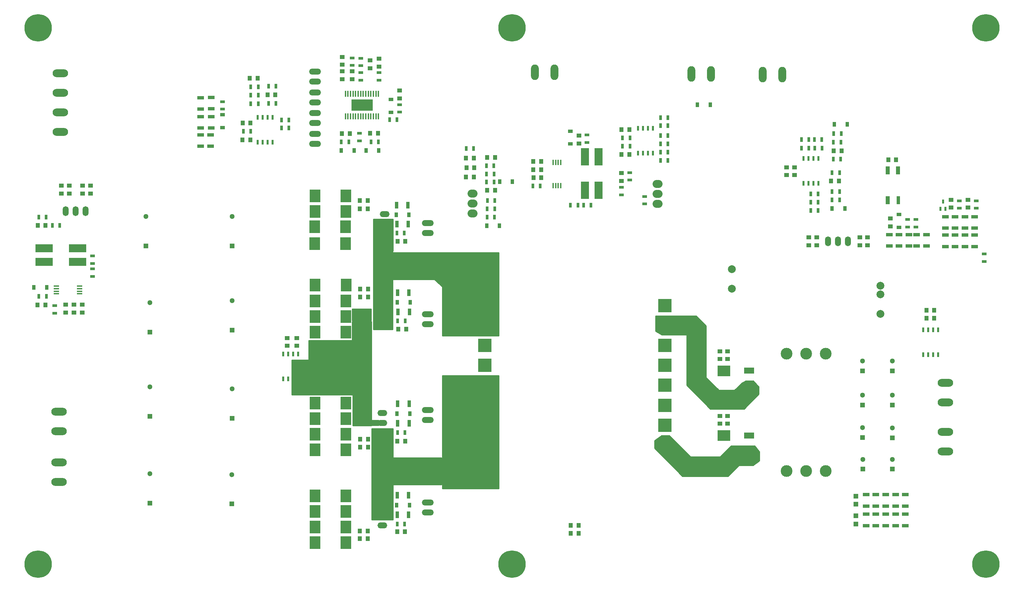
<source format=gts>
G04 #@! TF.FileFunction,Soldermask,Top*
%FSLAX46Y46*%
G04 Gerber Fmt 4.6, Leading zero omitted, Abs format (unit mm)*
G04 Created by KiCad (PCBNEW 4.0.3+e1-6302~38~ubuntu16.04.1-stable) date Tue Aug 30 03:26:48 2016*
%MOMM*%
%LPD*%
G01*
G04 APERTURE LIST*
%ADD10C,0.100000*%
%ADD11R,1.450000X0.450000*%
%ADD12R,3.500000X3.500000*%
%ADD13R,1.000000X1.250000*%
%ADD14R,1.250000X1.000000*%
%ADD15C,2.000000*%
%ADD16O,3.962400X1.981200*%
%ADD17C,1.300000*%
%ADD18R,1.300000X1.300000*%
%ADD19R,0.910000X1.220000*%
%ADD20R,1.220000X0.910000*%
%ADD21R,1.198880X1.198880*%
%ADD22C,3.000000*%
%ADD23O,1.981200X3.962400*%
%ADD24O,2.540000X2.032000*%
%ADD25R,0.700000X1.300000*%
%ADD26R,1.300000X0.700000*%
%ADD27R,1.700000X0.900000*%
%ADD28R,0.900000X1.700000*%
%ADD29R,0.450000X1.500000*%
%ADD30R,5.500000X3.000000*%
%ADD31R,0.508000X1.143000*%
%ADD32R,0.899160X1.998980*%
%ADD33R,1.000760X1.998980*%
%ADD34R,0.599440X1.000760*%
%ADD35R,0.450000X1.450000*%
%ADD36R,4.500000X2.150000*%
%ADD37R,2.150000X4.500000*%
%ADD38R,2.700000X3.200000*%
%ADD39O,3.014980X1.506220*%
%ADD40O,2.499360X1.501140*%
%ADD41R,3.200000X2.700000*%
%ADD42R,2.499360X1.501140*%
%ADD43O,1.501140X2.499360*%
%ADD44C,7.000000*%
%ADD45C,0.254000*%
G04 APERTURE END LIST*
D10*
D11*
X28656535Y-89982697D03*
X28656535Y-90632697D03*
X28656535Y-91282697D03*
X28656535Y-91932697D03*
X34556535Y-91932697D03*
X34556535Y-91282697D03*
X34556535Y-90632697D03*
X34556535Y-89982697D03*
D12*
X138065504Y-94908642D03*
X138065504Y-100008642D03*
X138065504Y-105108642D03*
X138065504Y-110208642D03*
X138065504Y-115308642D03*
X138065504Y-120408642D03*
X138065504Y-125508642D03*
X138065504Y-130608642D03*
X184065504Y-130608642D03*
X184065504Y-125508642D03*
X184065504Y-120408642D03*
X184065504Y-115308642D03*
X184065504Y-110208642D03*
X184065504Y-105108642D03*
X184065504Y-100008642D03*
X184065504Y-94908642D03*
D13*
X78225858Y-48270534D03*
X76225858Y-48270534D03*
D14*
X101665504Y-35108642D03*
X101665504Y-37108642D03*
D15*
X239073504Y-97106642D03*
X239073504Y-92106642D03*
X239073504Y-89906642D03*
X201173504Y-90656642D03*
X201173504Y-85656642D03*
D16*
X255665504Y-127208642D03*
X255665504Y-132208642D03*
D13*
X25906535Y-74457697D03*
X23906535Y-74457697D03*
X25865504Y-94808642D03*
X23865504Y-94808642D03*
D14*
X31072511Y-94728091D03*
X31072511Y-96728091D03*
X33172511Y-94728091D03*
X33172511Y-96728091D03*
X35265504Y-94728091D03*
X35265504Y-96728091D03*
D13*
X78065504Y-36908642D03*
X80065504Y-36908642D03*
D14*
X101665504Y-31437588D03*
X101665504Y-33437588D03*
D13*
X103565504Y-51008642D03*
X101565504Y-51008642D03*
D14*
X104165504Y-35108642D03*
X104165504Y-37108642D03*
X108765504Y-32308642D03*
X108765504Y-34308642D03*
D13*
X82565504Y-41108642D03*
X84565504Y-41108642D03*
X108765504Y-50908642D03*
X110765504Y-50908642D03*
X78165504Y-52608642D03*
X76165504Y-52608642D03*
D14*
X90065504Y-103208642D03*
X90065504Y-105208642D03*
X87565504Y-103208642D03*
X87565504Y-105208642D03*
D13*
X135365504Y-59708642D03*
X133365504Y-59708642D03*
X160002719Y-151053213D03*
X162002719Y-151053213D03*
X241065504Y-57708642D03*
X243065504Y-57708642D03*
D14*
X241625504Y-74698642D03*
X241625504Y-72698642D03*
X257125504Y-67906642D03*
X257125504Y-69906642D03*
X261425504Y-69906642D03*
X261425504Y-67906642D03*
X222773504Y-79506642D03*
X222773504Y-77506642D03*
X220773504Y-79506642D03*
X220773504Y-77506642D03*
D13*
X227165504Y-55408642D03*
X229165504Y-55408642D03*
X226465504Y-63108642D03*
X228465504Y-63108642D03*
D14*
X233773504Y-79506642D03*
X233773504Y-77506642D03*
X235773504Y-79506642D03*
X235773504Y-77506642D03*
X217165504Y-61608642D03*
X217165504Y-59608642D03*
X215065504Y-59608642D03*
X215065504Y-61608642D03*
D13*
X250797504Y-98128642D03*
X252797504Y-98128642D03*
X250797504Y-96128642D03*
X252797504Y-96128642D03*
D14*
X31965504Y-64308642D03*
X31965504Y-66308642D03*
X29965504Y-64308642D03*
X29965504Y-66308642D03*
X37365504Y-64308642D03*
X37365504Y-66308642D03*
X35365504Y-64308642D03*
X35365504Y-66308642D03*
X172965504Y-63108642D03*
X172965504Y-61108642D03*
X162065504Y-51508642D03*
X162065504Y-53508642D03*
D13*
X150448124Y-58131726D03*
X152448124Y-58131726D03*
X150448124Y-60231726D03*
X152448124Y-60231726D03*
X115698384Y-129565512D03*
X117698384Y-129565512D03*
X117665504Y-152708642D03*
X115665504Y-152708642D03*
X152465504Y-62308642D03*
X150465504Y-62308642D03*
X108165504Y-154508642D03*
X106165504Y-154508642D03*
X108259623Y-129095823D03*
X106259623Y-129095823D03*
X115949606Y-100921954D03*
X117949606Y-100921954D03*
X117769530Y-78515544D03*
X115769530Y-78515544D03*
X108249606Y-92721954D03*
X106249606Y-92721954D03*
X108169530Y-70215544D03*
X106169530Y-70215544D03*
X140665504Y-57108642D03*
X138665504Y-57108642D03*
X138665504Y-65508642D03*
X140665504Y-65508642D03*
X135265504Y-62108642D03*
X133265504Y-62108642D03*
X135265504Y-57308642D03*
X133265504Y-57308642D03*
X172965504Y-50008642D03*
X174965504Y-50008642D03*
X174965504Y-56308642D03*
X172965504Y-56308642D03*
X160002719Y-153153213D03*
X162002719Y-153153213D03*
D17*
X234473504Y-126106642D03*
D18*
X234473504Y-128606642D03*
D17*
X234473504Y-109106642D03*
D18*
X234473504Y-111606642D03*
D17*
X234473504Y-117806642D03*
D18*
X234473504Y-120306642D03*
D17*
X234573504Y-134206642D03*
D18*
X234573504Y-136706642D03*
D17*
X242073504Y-126206642D03*
D18*
X242073504Y-128706642D03*
D17*
X242073504Y-134206642D03*
D18*
X242073504Y-136706642D03*
D17*
X242073504Y-117806642D03*
D18*
X242073504Y-120306642D03*
D17*
X242073504Y-109106642D03*
D18*
X242073504Y-111606642D03*
D19*
X141800504Y-74508642D03*
X138530504Y-74508642D03*
D20*
X243825504Y-74933642D03*
X243825504Y-71663642D03*
D21*
X232765504Y-148659622D03*
X232765504Y-150757662D03*
X232765504Y-145692642D03*
X232765504Y-143594602D03*
D22*
X220073504Y-107206642D03*
X220073504Y-137206642D03*
X215073504Y-137206642D03*
X215073504Y-107206642D03*
X225073504Y-107206642D03*
X225073504Y-137206642D03*
D16*
X29665504Y-50608642D03*
X29665504Y-45608642D03*
X29665504Y-35608642D03*
X29665504Y-40608642D03*
X29365504Y-127008642D03*
X29365504Y-122008642D03*
D23*
X214000000Y-35900000D03*
X209000000Y-35900000D03*
D16*
X255667504Y-114644642D03*
X255667504Y-119644642D03*
D23*
X155865504Y-35308642D03*
X150865504Y-35308642D03*
X190765504Y-35808642D03*
X195765504Y-35808642D03*
D16*
X29365504Y-140008642D03*
X29365504Y-135008642D03*
D24*
X134965504Y-68908642D03*
X134965504Y-66368642D03*
X134965504Y-71448642D03*
X182165504Y-66408642D03*
X182165504Y-68948642D03*
X182165504Y-63868642D03*
D25*
X27656535Y-74457697D03*
X29556535Y-74457697D03*
D26*
X37865504Y-84158642D03*
X37865504Y-82258642D03*
X37865504Y-87458642D03*
X37865504Y-85558642D03*
D25*
X24215504Y-92608642D03*
X26115504Y-92608642D03*
D27*
X65465504Y-54258642D03*
X65465504Y-51358642D03*
X65465504Y-49558642D03*
X65465504Y-46658642D03*
X65465504Y-44758642D03*
X65465504Y-41858642D03*
X68065504Y-54258642D03*
X68065504Y-51358642D03*
X68165504Y-49558642D03*
X68165504Y-46658642D03*
X68165504Y-44658642D03*
X68165504Y-41758642D03*
D26*
X28265504Y-96858642D03*
X28265504Y-94958642D03*
X71065504Y-42858642D03*
X71065504Y-44758642D03*
D25*
X78315504Y-39108642D03*
X80215504Y-39108642D03*
X78315504Y-43408642D03*
X80215504Y-43408642D03*
X84715504Y-38908642D03*
X82815504Y-38908642D03*
X80215504Y-41208642D03*
X78315504Y-41208642D03*
D26*
X104165504Y-31687588D03*
X104165504Y-33587588D03*
X106365504Y-35458642D03*
X106365504Y-37358642D03*
X106365504Y-31758642D03*
X106365504Y-33658642D03*
D25*
X82815504Y-43308642D03*
X84715504Y-43308642D03*
D26*
X111065504Y-35458642D03*
X111065504Y-37358642D03*
D25*
X115615504Y-47408642D03*
X113715504Y-47408642D03*
X78315504Y-50408642D03*
X76415504Y-50408642D03*
D26*
X116265504Y-43637588D03*
X116265504Y-45537588D03*
D25*
X140515504Y-72308642D03*
X138615504Y-72308642D03*
X140565504Y-70208642D03*
X138665504Y-70208642D03*
X140415504Y-63408642D03*
X138515504Y-63408642D03*
D26*
X246025504Y-72948642D03*
X246025504Y-74848642D03*
X248125504Y-74848642D03*
X248125504Y-72948642D03*
D27*
X248325504Y-79748642D03*
X248325504Y-76848642D03*
X241325504Y-79748642D03*
X241325504Y-76848642D03*
X243825504Y-79748642D03*
X243825504Y-76848642D03*
D26*
X263525504Y-70056642D03*
X263525504Y-68156642D03*
X259225504Y-70056642D03*
X259225504Y-68156642D03*
D27*
X258125504Y-79856642D03*
X258125504Y-76956642D03*
X263125504Y-79856642D03*
X263125504Y-76956642D03*
X263125504Y-72256642D03*
X263125504Y-75156642D03*
X258125504Y-72256642D03*
X258125504Y-75156642D03*
X255625504Y-79856642D03*
X255625504Y-76956642D03*
X260625504Y-79856642D03*
X260625504Y-76956642D03*
X260625504Y-75156642D03*
X260625504Y-72256642D03*
X255625504Y-75156642D03*
X255625504Y-72256642D03*
D25*
X229065504Y-51008642D03*
X227165504Y-51008642D03*
X228965504Y-53208642D03*
X227065504Y-53208642D03*
X228615504Y-67908642D03*
X226715504Y-67908642D03*
X228615504Y-65808642D03*
X226715504Y-65808642D03*
X227015504Y-57508642D03*
X228915504Y-57508642D03*
X226715504Y-61008642D03*
X228615504Y-61008642D03*
X222261504Y-54744642D03*
X224161504Y-54744642D03*
X218893504Y-54744642D03*
X220793504Y-54744642D03*
X221265504Y-68508642D03*
X223165504Y-68508642D03*
X221265504Y-66408642D03*
X223165504Y-66408642D03*
X224111504Y-52558642D03*
X222211504Y-52558642D03*
X221265504Y-70608642D03*
X223165504Y-70608642D03*
X218909504Y-52558642D03*
X220809504Y-52558642D03*
D26*
X172965504Y-64758642D03*
X172965504Y-66658642D03*
D25*
X163265504Y-69308642D03*
X165165504Y-69308642D03*
X159915504Y-69308642D03*
X161815504Y-69308642D03*
D26*
X164165504Y-51358642D03*
X164165504Y-53258642D03*
D28*
X115815504Y-125008642D03*
X118715504Y-125008642D03*
X115815504Y-120008642D03*
X118715504Y-120008642D03*
X115715504Y-148408642D03*
X118615504Y-148408642D03*
X115715504Y-143408642D03*
X118615504Y-143408642D03*
D25*
X152215504Y-64408642D03*
X150315504Y-64408642D03*
X117648384Y-127368354D03*
X115748384Y-127368354D03*
X115665504Y-150708642D03*
X117565504Y-150708642D03*
X101415504Y-53108642D03*
X103315504Y-53108642D03*
D28*
X115619530Y-74115544D03*
X118519530Y-74115544D03*
X115519530Y-69315544D03*
X118419530Y-69315544D03*
X115899606Y-96521954D03*
X118799606Y-96521954D03*
X115799606Y-91621954D03*
X118699606Y-91621954D03*
D25*
X117699606Y-98821954D03*
X115799606Y-98821954D03*
X115615504Y-76415544D03*
X117515504Y-76415544D03*
X109015504Y-53108642D03*
X110915504Y-53108642D03*
D27*
X235417504Y-151142642D03*
X235417504Y-148242642D03*
X237917504Y-148242642D03*
X237917504Y-151142642D03*
X240417504Y-151142642D03*
X240417504Y-148242642D03*
X235417504Y-143242642D03*
X235417504Y-146142642D03*
X237917504Y-146142642D03*
X237917504Y-143242642D03*
X240417504Y-143242642D03*
X240417504Y-146142642D03*
D25*
X140615504Y-68108642D03*
X138715504Y-68108642D03*
X140365504Y-59208642D03*
X138465504Y-59208642D03*
X140415504Y-61308642D03*
X138515504Y-61308642D03*
X175115504Y-54208642D03*
X173215504Y-54208642D03*
X173215504Y-52108642D03*
X175115504Y-52108642D03*
X182915504Y-57858642D03*
X184815504Y-57858642D03*
X184815504Y-46908642D03*
X182915504Y-46908642D03*
X184815504Y-55708642D03*
X182915504Y-55708642D03*
X184815504Y-51508642D03*
X182915504Y-51508642D03*
X182915504Y-53608642D03*
X184815504Y-53608642D03*
D27*
X250825504Y-79748642D03*
X250825504Y-76848642D03*
X242917504Y-148242642D03*
X242917504Y-151142642D03*
X245417504Y-151142642D03*
X245417504Y-148242642D03*
X242917504Y-146142642D03*
X242917504Y-143242642D03*
X245417504Y-143242642D03*
X245417504Y-146142642D03*
D25*
X182915504Y-49008642D03*
X184815504Y-49008642D03*
D26*
X178865504Y-67058642D03*
X178865504Y-68958642D03*
D25*
X24156535Y-72357697D03*
X26056535Y-72357697D03*
D26*
X175065504Y-60958642D03*
X175065504Y-62858642D03*
D25*
X135215504Y-54808642D03*
X133315504Y-54808642D03*
D26*
X106065504Y-50958642D03*
X106065504Y-52858642D03*
D29*
X110912836Y-40837588D03*
X110262836Y-40837588D03*
X109612836Y-40837588D03*
X108962836Y-40837588D03*
X108312836Y-40837588D03*
X107662836Y-40837588D03*
X107012836Y-40837588D03*
X106362836Y-40837588D03*
X105712836Y-40837588D03*
X105062836Y-40837588D03*
X104412836Y-40837588D03*
X103762836Y-40837588D03*
X103112836Y-40837588D03*
X102462836Y-40837588D03*
X102462836Y-46637588D03*
X103112836Y-46637588D03*
X103762836Y-46637588D03*
X104412836Y-46637588D03*
X105062836Y-46637588D03*
X105712836Y-46637588D03*
X106362836Y-46637588D03*
X107012836Y-46637588D03*
X107662836Y-46637588D03*
X108312836Y-46637588D03*
X108962836Y-46637588D03*
X109612836Y-46637588D03*
X110262836Y-46637588D03*
X110912836Y-46637588D03*
D30*
X106712836Y-43737588D03*
D31*
X83870504Y-53183642D03*
X82600504Y-53183642D03*
X81330504Y-53183642D03*
X80060504Y-53183642D03*
X80060504Y-46833642D03*
X81330504Y-46833642D03*
X82600504Y-46833642D03*
X83870504Y-46833642D03*
D32*
X243614244Y-68008642D03*
D33*
X240965024Y-68008642D03*
X240965024Y-60408962D03*
X243565984Y-60408962D03*
D34*
X255675744Y-70256602D03*
X254375264Y-70256602D03*
X255025504Y-68356682D03*
D31*
X219428504Y-57351642D03*
X220698504Y-57351642D03*
X221968504Y-57351642D03*
X223238504Y-57351642D03*
X223238504Y-63701642D03*
X221968504Y-63701642D03*
X220698504Y-63701642D03*
X219428504Y-63701642D03*
D35*
X157440504Y-58358642D03*
X156790504Y-58358642D03*
X156140504Y-58358642D03*
X155490504Y-58358642D03*
X155490504Y-64258642D03*
X156140504Y-64258642D03*
X156790504Y-64258642D03*
X157440504Y-64258642D03*
D31*
X180970504Y-55983642D03*
X179700504Y-55983642D03*
X178430504Y-55983642D03*
X177160504Y-55983642D03*
X177160504Y-49633642D03*
X178430504Y-49633642D03*
X179700504Y-49633642D03*
X180970504Y-49633642D03*
D20*
X71065504Y-46173642D03*
X71065504Y-49443642D03*
D19*
X22930504Y-90308642D03*
X26200504Y-90308642D03*
D20*
X159865504Y-53643642D03*
X159865504Y-50373642D03*
D19*
X192330504Y-43608642D03*
X195600504Y-43608642D03*
X115630504Y-122508642D03*
X118900504Y-122508642D03*
X115530504Y-145908642D03*
X118800504Y-145908642D03*
X101430504Y-55308642D03*
X104700504Y-55308642D03*
X115434530Y-71715544D03*
X118704530Y-71715544D03*
X115714606Y-94121954D03*
X118984606Y-94121954D03*
X111000504Y-55308642D03*
X107730504Y-55308642D03*
D20*
X114065504Y-42302588D03*
X114065504Y-45572588D03*
D19*
X141830504Y-63308642D03*
X145100504Y-63308642D03*
X230565504Y-48608642D03*
X227295504Y-48608642D03*
X230000504Y-70108642D03*
X226730504Y-70108642D03*
D36*
X34056535Y-80342697D03*
X34056535Y-83772697D03*
X25556535Y-80342697D03*
X25556535Y-83772697D03*
D37*
X167080504Y-65473642D03*
X163650504Y-65473642D03*
X167080504Y-56973642D03*
X163650504Y-56973642D03*
D18*
X73565504Y-123708642D03*
D17*
X73565504Y-116208642D03*
D18*
X52565504Y-101708642D03*
D17*
X52565504Y-94208642D03*
D18*
X52565504Y-145408642D03*
D17*
X52565504Y-137908642D03*
D18*
X73565504Y-101208642D03*
D17*
X73565504Y-93708642D03*
D18*
X52565504Y-123208642D03*
D17*
X52565504Y-115708642D03*
D18*
X73465504Y-145608642D03*
D17*
X73465504Y-138108642D03*
D18*
X73565504Y-79708642D03*
D17*
X73565504Y-72208642D03*
D18*
X51565504Y-79708642D03*
D17*
X51565504Y-72208642D03*
D13*
X108165504Y-152508642D03*
X106165504Y-152508642D03*
X108259623Y-131095823D03*
X106259623Y-131095823D03*
X108169530Y-68115544D03*
X106169530Y-68115544D03*
X106249606Y-90721954D03*
X108249606Y-90721954D03*
D38*
X102615504Y-147508642D03*
X94715504Y-147508642D03*
X102615504Y-123808642D03*
X94715504Y-123808642D03*
X102599606Y-101721954D03*
X94699606Y-101721954D03*
X102519530Y-79115544D03*
X94619530Y-79115544D03*
X94715504Y-151508642D03*
X102615504Y-151508642D03*
X94715504Y-131808642D03*
X102615504Y-131808642D03*
X102615504Y-143508642D03*
X94715504Y-143508642D03*
X94715504Y-155508642D03*
X102615504Y-155508642D03*
X102615504Y-119808642D03*
X94715504Y-119808642D03*
X94715504Y-127808642D03*
X102615504Y-127808642D03*
X94719530Y-70915544D03*
X102619530Y-70915544D03*
X94699606Y-93721954D03*
X102599606Y-93721954D03*
X102519530Y-74815544D03*
X94619530Y-74815544D03*
X94719530Y-66915544D03*
X102619530Y-66915544D03*
X102599606Y-97721954D03*
X94699606Y-97721954D03*
X94749606Y-89721954D03*
X102649606Y-89721954D03*
D14*
X200073504Y-106606642D03*
X200073504Y-108606642D03*
X198073504Y-108606642D03*
X198073504Y-106606642D03*
X200073504Y-123106642D03*
X200073504Y-125106642D03*
X198073504Y-125106642D03*
X198073504Y-123106642D03*
D39*
X123465504Y-124178642D03*
X123465504Y-121638642D03*
X123465504Y-147778642D03*
X123465504Y-145238642D03*
X94736558Y-37725974D03*
X94736558Y-35185974D03*
X123465504Y-76378642D03*
X123465504Y-73838642D03*
X123465504Y-99678642D03*
X123465504Y-97138642D03*
X94736558Y-43025974D03*
X94736558Y-40485974D03*
X94736558Y-48325974D03*
X94736558Y-45785974D03*
X94736558Y-53625974D03*
X94736558Y-51085974D03*
D40*
X111865504Y-124908642D03*
X111865504Y-122368642D03*
X111865504Y-127448642D03*
X111929504Y-148508642D03*
X111929504Y-145968642D03*
X111929504Y-151048642D03*
X111865504Y-96721954D03*
X111865504Y-94181954D03*
X111865504Y-99261954D03*
X112465504Y-74115544D03*
X112465504Y-71575544D03*
X112465504Y-76655544D03*
D41*
X199073504Y-111656642D03*
X199073504Y-119556642D03*
X199073504Y-128156642D03*
X199073504Y-136056642D03*
D42*
X205573504Y-128106642D03*
D40*
X205573504Y-133186642D03*
D42*
X205573504Y-111526642D03*
D40*
X205573504Y-116606642D03*
D27*
X246325504Y-79748642D03*
X246325504Y-76848642D03*
D43*
X228233504Y-78506642D03*
X225693504Y-78506642D03*
X230773504Y-78506642D03*
X33565504Y-70844642D03*
X31025504Y-70844642D03*
X36105504Y-70844642D03*
D25*
X88015504Y-49608642D03*
X86115504Y-49608642D03*
X86115504Y-47508642D03*
X88015504Y-47508642D03*
D14*
X116265504Y-42008642D03*
X116265504Y-40008642D03*
X111065504Y-31908642D03*
X111065504Y-33908642D03*
D31*
X86588200Y-107289180D03*
X87858200Y-107289180D03*
X89128200Y-107289180D03*
X90398200Y-107289180D03*
X90398200Y-113639180D03*
X89128200Y-113639180D03*
X87858200Y-113639180D03*
X86588200Y-113639180D03*
X249960504Y-101133642D03*
X251230504Y-101133642D03*
X252500504Y-101133642D03*
X253770504Y-101133642D03*
X253770504Y-107483642D03*
X252500504Y-107483642D03*
X251230504Y-107483642D03*
X249960504Y-107483642D03*
D26*
X265565504Y-81758642D03*
X265565504Y-83658642D03*
D44*
X24000000Y-161000000D03*
X24000000Y-24000000D03*
X266000000Y-161000000D03*
X266000000Y-24000000D03*
X145000000Y-24000000D03*
X145000000Y-161000000D03*
D45*
G36*
X114563000Y-73859737D02*
X114533000Y-88369737D01*
X114533000Y-88370149D01*
X114543000Y-96889854D01*
X114533294Y-101073000D01*
X109597000Y-101073000D01*
X109597000Y-72837000D01*
X114563000Y-72837000D01*
X114563000Y-73859737D01*
X114563000Y-73859737D01*
G37*
X114563000Y-73859737D02*
X114533000Y-88369737D01*
X114533000Y-88370149D01*
X114543000Y-96889854D01*
X114533294Y-101073000D01*
X109597000Y-101073000D01*
X109597000Y-72837000D01*
X114563000Y-72837000D01*
X114563000Y-73859737D01*
G36*
X141573000Y-102673000D02*
X127227000Y-102673000D01*
X127227000Y-90200000D01*
X127216994Y-90150590D01*
X127187344Y-90107804D01*
X125287344Y-88307804D01*
X125244593Y-88281086D01*
X125200000Y-88273000D01*
X114727000Y-88273000D01*
X114727000Y-81427000D01*
X141573000Y-81427000D01*
X141573000Y-102673000D01*
X141573000Y-102673000D01*
G37*
X141573000Y-102673000D02*
X127227000Y-102673000D01*
X127227000Y-90200000D01*
X127216994Y-90150590D01*
X127187344Y-90107804D01*
X125287344Y-88307804D01*
X125244593Y-88281086D01*
X125200000Y-88273000D01*
X114727000Y-88273000D01*
X114727000Y-81427000D01*
X141573000Y-81427000D01*
X141573000Y-102673000D01*
G36*
X141573000Y-141673000D02*
X127227000Y-141673000D01*
X127227000Y-112827000D01*
X141573000Y-112827000D01*
X141573000Y-141673000D01*
X141573000Y-141673000D01*
G37*
X141573000Y-141673000D02*
X127227000Y-141673000D01*
X127227000Y-112827000D01*
X141573000Y-112827000D01*
X141573000Y-141673000D01*
G36*
X126973000Y-140673000D02*
X114727000Y-140673000D01*
X114727000Y-133827000D01*
X126973000Y-133827000D01*
X126973000Y-140673000D01*
X126973000Y-140673000D01*
G37*
X126973000Y-140673000D02*
X114727000Y-140673000D01*
X114727000Y-133827000D01*
X126973000Y-133827000D01*
X126973000Y-140673000D01*
G36*
X114573000Y-149673000D02*
X109227000Y-149673000D01*
X109227000Y-126327000D01*
X114573000Y-126327000D01*
X114573000Y-149673000D01*
X114573000Y-149673000D01*
G37*
X114573000Y-149673000D02*
X109227000Y-149673000D01*
X109227000Y-126327000D01*
X114573000Y-126327000D01*
X114573000Y-149673000D01*
G36*
X109052750Y-98773000D02*
X104206750Y-98773000D01*
X104206750Y-95827000D01*
X109052750Y-95827000D01*
X109052750Y-98773000D01*
X109052750Y-98773000D01*
G37*
X109052750Y-98773000D02*
X104206750Y-98773000D01*
X104206750Y-95827000D01*
X109052750Y-95827000D01*
X109052750Y-98773000D01*
G36*
X110973000Y-125523000D02*
X109227000Y-125523000D01*
X109227000Y-124277000D01*
X110973000Y-124277000D01*
X110973000Y-125523000D01*
X110973000Y-125523000D01*
G37*
X110973000Y-125523000D02*
X109227000Y-125523000D01*
X109227000Y-124277000D01*
X110973000Y-124277000D01*
X110973000Y-125523000D01*
G36*
X194523000Y-100102606D02*
X194523000Y-113250000D01*
X194533006Y-113299410D01*
X194560197Y-113339803D01*
X197710197Y-116489803D01*
X197752211Y-116517666D01*
X197800000Y-116527000D01*
X201800000Y-116527000D01*
X201849410Y-116516994D01*
X201889803Y-116489803D01*
X203725232Y-114654374D01*
X204679980Y-114177000D01*
X206596171Y-114177000D01*
X208023000Y-115651390D01*
X208023000Y-117547394D01*
X204247394Y-121323000D01*
X195602606Y-121323000D01*
X189577000Y-115297394D01*
X189577000Y-102550000D01*
X189566994Y-102500590D01*
X189538553Y-102458965D01*
X189496159Y-102431685D01*
X189450000Y-102423000D01*
X183285178Y-102423000D01*
X181627000Y-101428093D01*
X181627000Y-97577000D01*
X191997394Y-97577000D01*
X194523000Y-100102606D01*
X194523000Y-100102606D01*
G37*
X194523000Y-100102606D02*
X194523000Y-113250000D01*
X194533006Y-113299410D01*
X194560197Y-113339803D01*
X197710197Y-116489803D01*
X197752211Y-116517666D01*
X197800000Y-116527000D01*
X201800000Y-116527000D01*
X201849410Y-116516994D01*
X201889803Y-116489803D01*
X203725232Y-114654374D01*
X204679980Y-114177000D01*
X206596171Y-114177000D01*
X208023000Y-115651390D01*
X208023000Y-117547394D01*
X204247394Y-121323000D01*
X195602606Y-121323000D01*
X189577000Y-115297394D01*
X189577000Y-102550000D01*
X189566994Y-102500590D01*
X189538553Y-102458965D01*
X189496159Y-102431685D01*
X189450000Y-102423000D01*
X183285178Y-102423000D01*
X181627000Y-101428093D01*
X181627000Y-97577000D01*
X191997394Y-97577000D01*
X194523000Y-100102606D01*
G36*
X190510197Y-133539803D02*
X190552211Y-133567666D01*
X190600000Y-133577000D01*
X198050000Y-133577000D01*
X198099410Y-133566994D01*
X198139803Y-133539803D01*
X200952606Y-130727000D01*
X206936883Y-130727000D01*
X208123000Y-132292675D01*
X208123000Y-134586883D01*
X206557325Y-135773000D01*
X202950000Y-135773000D01*
X202900590Y-135783006D01*
X202860197Y-135810197D01*
X200097394Y-138573000D01*
X188552606Y-138573000D01*
X181377000Y-131397394D01*
X181377000Y-129415557D01*
X183190524Y-128127000D01*
X185097394Y-128127000D01*
X190510197Y-133539803D01*
X190510197Y-133539803D01*
G37*
X190510197Y-133539803D02*
X190552211Y-133567666D01*
X190600000Y-133577000D01*
X198050000Y-133577000D01*
X198099410Y-133566994D01*
X198139803Y-133539803D01*
X200952606Y-130727000D01*
X206936883Y-130727000D01*
X208123000Y-132292675D01*
X208123000Y-134586883D01*
X206557325Y-135773000D01*
X202950000Y-135773000D01*
X202900590Y-135783006D01*
X202860197Y-135810197D01*
X200097394Y-138573000D01*
X188552606Y-138573000D01*
X181377000Y-131397394D01*
X181377000Y-129415557D01*
X183190524Y-128127000D01*
X185097394Y-128127000D01*
X190510197Y-133539803D01*
G36*
X109073000Y-117575541D02*
X109014016Y-117723000D01*
X88777000Y-117723000D01*
X88777000Y-108827000D01*
X93000000Y-108827000D01*
X93049410Y-108816994D01*
X93091035Y-108788553D01*
X93118315Y-108746159D01*
X93127000Y-108700000D01*
X93127000Y-103877000D01*
X104100000Y-103877000D01*
X104149410Y-103866994D01*
X104191035Y-103838553D01*
X104218315Y-103796159D01*
X104227000Y-103750000D01*
X104227000Y-99027000D01*
X109073000Y-99027000D01*
X109073000Y-117575541D01*
X109073000Y-117575541D01*
G37*
X109073000Y-117575541D02*
X109014016Y-117723000D01*
X88777000Y-117723000D01*
X88777000Y-108827000D01*
X93000000Y-108827000D01*
X93049410Y-108816994D01*
X93091035Y-108788553D01*
X93118315Y-108746159D01*
X93127000Y-108700000D01*
X93127000Y-103877000D01*
X104100000Y-103877000D01*
X104149410Y-103866994D01*
X104191035Y-103838553D01*
X104218315Y-103796159D01*
X104227000Y-103750000D01*
X104227000Y-99027000D01*
X109073000Y-99027000D01*
X109073000Y-117575541D01*
G36*
X109073000Y-125573000D02*
X104377000Y-125573000D01*
X104377000Y-117727000D01*
X109073000Y-117727000D01*
X109073000Y-125573000D01*
X109073000Y-125573000D01*
G37*
X109073000Y-125573000D02*
X104377000Y-125573000D01*
X104377000Y-117727000D01*
X109073000Y-117727000D01*
X109073000Y-125573000D01*
M02*

</source>
